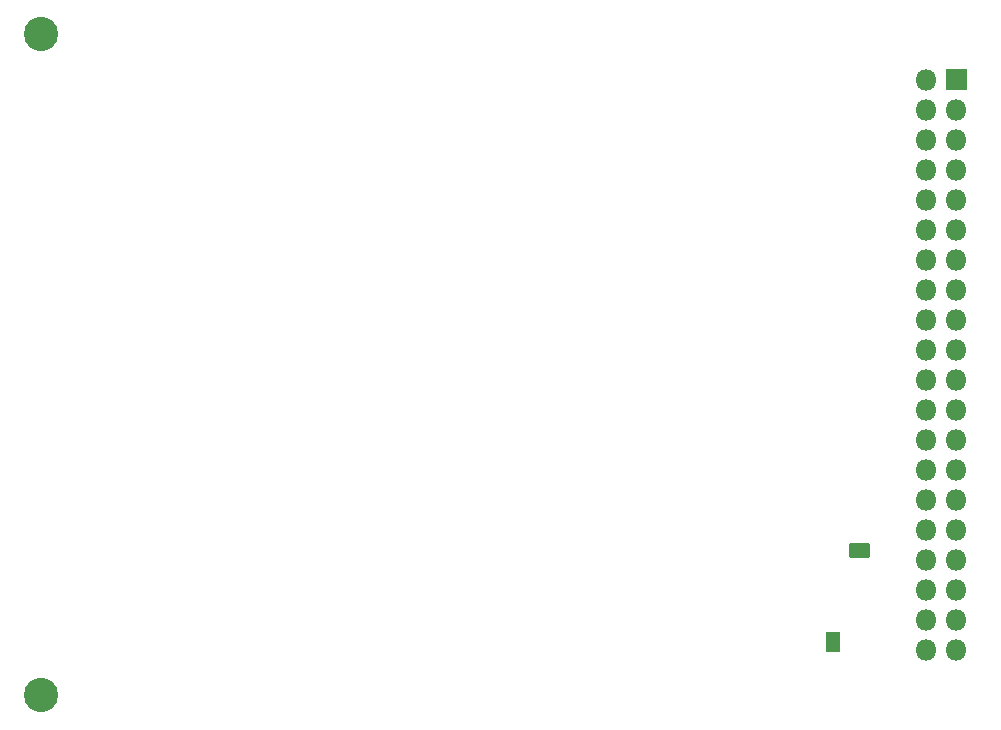
<source format=gbr>
G04 #@! TF.GenerationSoftware,KiCad,Pcbnew,5.1.7-a382d34a8~87~ubuntu18.04.1*
G04 #@! TF.CreationDate,2021-02-14T20:43:55-05:00*
G04 #@! TF.ProjectId,FLASH_MOD,464c4153-485f-44d4-9f44-2e6b69636164,0*
G04 #@! TF.SameCoordinates,Original*
G04 #@! TF.FileFunction,Soldermask,Top*
G04 #@! TF.FilePolarity,Negative*
%FSLAX46Y46*%
G04 Gerber Fmt 4.6, Leading zero omitted, Abs format (unit mm)*
G04 Created by KiCad (PCBNEW 5.1.7-a382d34a8~87~ubuntu18.04.1) date 2021-02-14 20:43:55*
%MOMM*%
%LPD*%
G01*
G04 APERTURE LIST*
%ADD10C,2.901600*%
%ADD11O,1.801600X1.801600*%
G04 APERTURE END LIST*
G04 #@! TO.C,TP1*
G36*
G01*
X210600000Y-80450800D02*
X209000000Y-80450800D01*
G75*
G02*
X208949200Y-80400000I0J50800D01*
G01*
X208949200Y-79300000D01*
G75*
G02*
X209000000Y-79249200I50800J0D01*
G01*
X210600000Y-79249200D01*
G75*
G02*
X210650800Y-79300000I0J-50800D01*
G01*
X210650800Y-80400000D01*
G75*
G02*
X210600000Y-80450800I-50800J0D01*
G01*
G37*
G04 #@! TD*
G04 #@! TO.C,TP2*
G36*
G01*
X206949200Y-88400000D02*
X206949200Y-86800000D01*
G75*
G02*
X207000000Y-86749200I50800J0D01*
G01*
X208100000Y-86749200D01*
G75*
G02*
X208150800Y-86800000I0J-50800D01*
G01*
X208150800Y-88400000D01*
G75*
G02*
X208100000Y-88450800I-50800J0D01*
G01*
X207000000Y-88450800D01*
G75*
G02*
X206949200Y-88400000I0J50800D01*
G01*
G37*
G04 #@! TD*
D10*
G04 #@! TO.C,U101*
X140500000Y-36130000D03*
X140500000Y-92130000D03*
D11*
X215460000Y-50160000D03*
X218000000Y-52700000D03*
X215460000Y-52700000D03*
X218000000Y-55240000D03*
X215460000Y-40000000D03*
X215460000Y-42540000D03*
X218000000Y-47620000D03*
X218000000Y-42540000D03*
X218000000Y-50160000D03*
G36*
G01*
X217099200Y-40850000D02*
X217099200Y-39150000D01*
G75*
G02*
X217150000Y-39099200I50800J0D01*
G01*
X218850000Y-39099200D01*
G75*
G02*
X218900800Y-39150000I0J-50800D01*
G01*
X218900800Y-40850000D01*
G75*
G02*
X218850000Y-40900800I-50800J0D01*
G01*
X217150000Y-40900800D01*
G75*
G02*
X217099200Y-40850000I0J50800D01*
G01*
G37*
X215460000Y-47620000D03*
X218000000Y-45080000D03*
X215460000Y-45080000D03*
X215460000Y-55240000D03*
X218000000Y-57780000D03*
X215460000Y-57780000D03*
X218000000Y-60320000D03*
X215460000Y-60320000D03*
X218000000Y-62860000D03*
X215460000Y-62860000D03*
X218000000Y-65400000D03*
X215460000Y-65400000D03*
X218000000Y-67940000D03*
X215460000Y-67940000D03*
X218000000Y-70480000D03*
X215460000Y-70480000D03*
X218000000Y-73020000D03*
X215460000Y-73020000D03*
X218000000Y-75560000D03*
X215460000Y-75560000D03*
X218000000Y-78100000D03*
X215460000Y-78100000D03*
X218000000Y-80640000D03*
X215460000Y-80640000D03*
X218000000Y-83180000D03*
X215460000Y-83180000D03*
X218000000Y-85720000D03*
X215460000Y-85720000D03*
X218000000Y-88260000D03*
X215460000Y-88260000D03*
G04 #@! TD*
M02*

</source>
